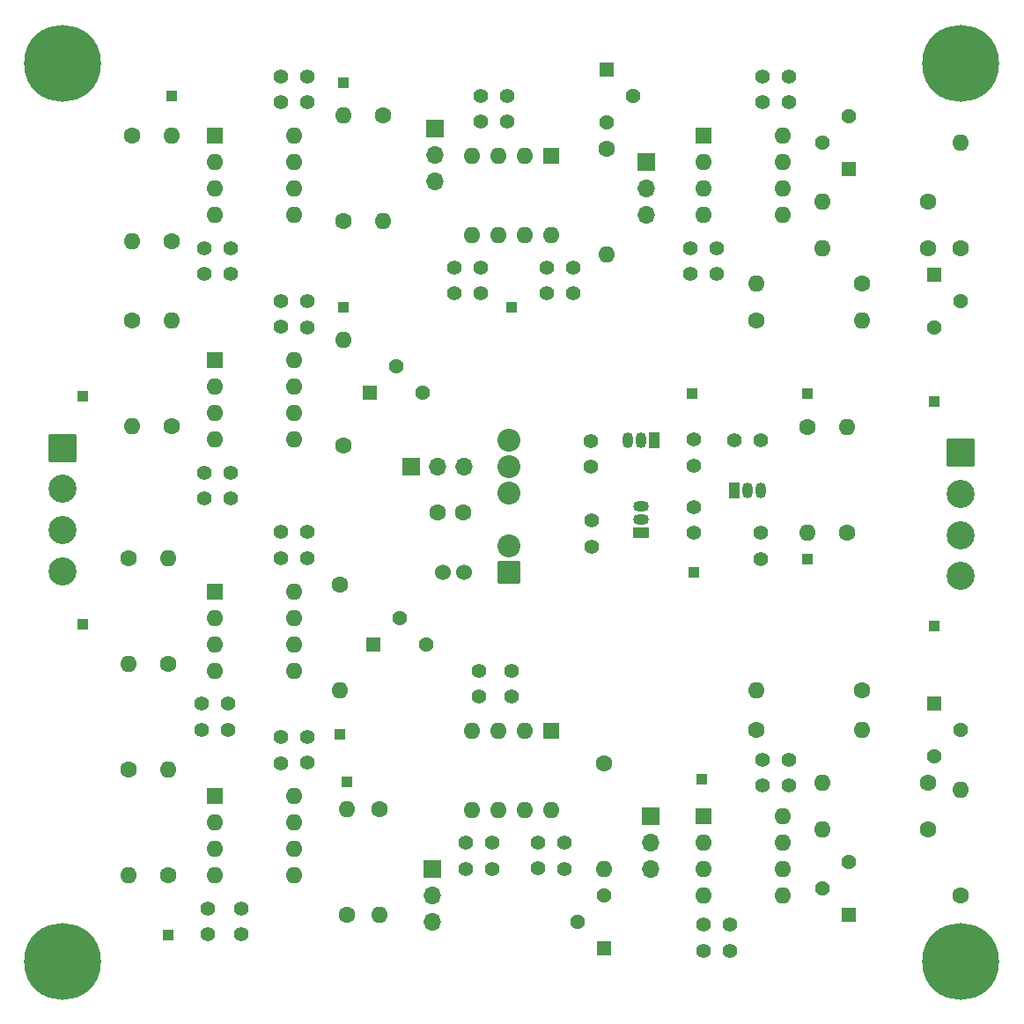
<source format=gbr>
%TF.GenerationSoftware,KiCad,Pcbnew,8.0.3*%
%TF.CreationDate,2024-07-03T16:07:31-06:00*%
%TF.ProjectId,pincushion2,70696e63-7573-4686-996f-6e322e6b6963,rev?*%
%TF.SameCoordinates,Original*%
%TF.FileFunction,Soldermask,Bot*%
%TF.FilePolarity,Negative*%
%FSLAX46Y46*%
G04 Gerber Fmt 4.6, Leading zero omitted, Abs format (unit mm)*
G04 Created by KiCad (PCBNEW 8.0.3) date 2024-07-03 16:07:31*
%MOMM*%
%LPD*%
G01*
G04 APERTURE LIST*
G04 Aperture macros list*
%AMRoundRect*
0 Rectangle with rounded corners*
0 $1 Rounding radius*
0 $2 $3 $4 $5 $6 $7 $8 $9 X,Y pos of 4 corners*
0 Add a 4 corners polygon primitive as box body*
4,1,4,$2,$3,$4,$5,$6,$7,$8,$9,$2,$3,0*
0 Add four circle primitives for the rounded corners*
1,1,$1+$1,$2,$3*
1,1,$1+$1,$4,$5*
1,1,$1+$1,$6,$7*
1,1,$1+$1,$8,$9*
0 Add four rect primitives between the rounded corners*
20,1,$1+$1,$2,$3,$4,$5,0*
20,1,$1+$1,$4,$5,$6,$7,0*
20,1,$1+$1,$6,$7,$8,$9,0*
20,1,$1+$1,$8,$9,$2,$3,0*%
G04 Aperture macros list end*
%ADD10C,1.400000*%
%ADD11RoundRect,0.102000X0.611000X-0.611000X0.611000X0.611000X-0.611000X0.611000X-0.611000X-0.611000X0*%
%ADD12C,1.426000*%
%ADD13R,1.000000X1.000000*%
%ADD14RoundRect,0.102000X-1.250000X1.250000X-1.250000X-1.250000X1.250000X-1.250000X1.250000X1.250000X0*%
%ADD15C,2.704000*%
%ADD16C,1.600000*%
%ADD17O,1.600000X1.600000*%
%ADD18C,0.800000*%
%ADD19C,7.400000*%
%ADD20RoundRect,0.102000X-0.611000X0.611000X-0.611000X-0.611000X0.611000X-0.611000X0.611000X0.611000X0*%
%ADD21R,1.600000X1.600000*%
%ADD22R,1.700000X1.700000*%
%ADD23O,1.700000X1.700000*%
%ADD24RoundRect,0.102000X1.000000X-1.000000X1.000000X1.000000X-1.000000X1.000000X-1.000000X-1.000000X0*%
%ADD25C,2.204000*%
%ADD26R,1.050000X1.500000*%
%ADD27O,1.050000X1.500000*%
%ADD28RoundRect,0.102000X-0.611000X-0.611000X0.611000X-0.611000X0.611000X0.611000X-0.611000X0.611000X0*%
%ADD29C,1.524000*%
%ADD30R,1.500000X1.050000*%
%ADD31O,1.500000X1.050000*%
G04 APERTURE END LIST*
D10*
%TO.C,C36*%
X92543100Y-64208800D03*
X95043100Y-64208800D03*
%TD*%
%TO.C,C7*%
X77022800Y-50099200D03*
X77022800Y-47599200D03*
%TD*%
D11*
%TO.C,VR4*%
X103505000Y-38100000D03*
D12*
X100965000Y-35560000D03*
X103505000Y-33020000D03*
%TD*%
D13*
%TO.C,TP13*%
X88468200Y-59763800D03*
%TD*%
D10*
%TO.C,C30*%
X89525000Y-113312144D03*
X89525000Y-110812144D03*
%TD*%
D14*
%TO.C,J7*%
X114300000Y-65405000D03*
D15*
X114300000Y-69365000D03*
X114300000Y-73325000D03*
X114300000Y-77285000D03*
%TD*%
D16*
%TO.C,R9*%
X34554000Y-52695000D03*
D17*
X34554000Y-62855000D03*
%TD*%
D10*
%TO.C,C11*%
X44079000Y-69820000D03*
X44079000Y-67320000D03*
%TD*%
D18*
%TO.C,H1*%
X25165000Y-27940000D03*
X25977779Y-25977779D03*
X25977779Y-29902221D03*
X27940000Y-25165000D03*
D19*
X27940000Y-27940000D03*
D18*
X27940000Y-30715000D03*
X29902221Y-25977779D03*
X29902221Y-29902221D03*
X30715000Y-27940000D03*
%TD*%
%TO.C,H3*%
X25165000Y-114300000D03*
X25977779Y-112337779D03*
X25977779Y-116262221D03*
X27940000Y-111525000D03*
D19*
X27940000Y-114300000D03*
D18*
X27940000Y-117075000D03*
X29902221Y-112337779D03*
X29902221Y-116262221D03*
X30715000Y-114300000D03*
%TD*%
D16*
%TO.C,R15*%
X58420000Y-99695000D03*
D17*
X58420000Y-109855000D03*
%TD*%
D16*
%TO.C,R21*%
X54610000Y-78105000D03*
D17*
X54610000Y-88265000D03*
%TD*%
D10*
%TO.C,C38*%
X68132800Y-31089200D03*
X68132800Y-33589200D03*
%TD*%
%TO.C,C34*%
X78740000Y-64256600D03*
X78740000Y-66756600D03*
%TD*%
%TO.C,C23*%
X76200000Y-102930000D03*
X76200000Y-105430000D03*
%TD*%
D13*
%TO.C,TP2*%
X54874000Y-29835000D03*
%TD*%
D16*
%TO.C,R7*%
X94615000Y-52705000D03*
D17*
X104775000Y-52705000D03*
%TD*%
D10*
%TO.C,C43*%
X88620600Y-70632000D03*
X88620600Y-73132000D03*
%TD*%
D20*
%TO.C,VR1*%
X111760000Y-48260000D03*
D12*
X114300000Y-50800000D03*
X111760000Y-53340000D03*
%TD*%
D16*
%TO.C,R28*%
X103318100Y-73098800D03*
D17*
X103318100Y-62938800D03*
%TD*%
%TO.C,IC1*%
X74920000Y-44460000D03*
X72380000Y-44460000D03*
X69840000Y-44460000D03*
X67300000Y-44460000D03*
X67300000Y-36840000D03*
X69840000Y-36840000D03*
X72380000Y-36840000D03*
D21*
X74920000Y-36840000D03*
%TD*%
D10*
%TO.C,C22*%
X97790000Y-97417144D03*
X97790000Y-94917144D03*
%TD*%
D22*
%TO.C,J3*%
X63500000Y-105410000D03*
D23*
X63500000Y-107950000D03*
X63500000Y-110490000D03*
%TD*%
D10*
%TO.C,C24*%
X73660000Y-102890000D03*
X73660000Y-105390000D03*
%TD*%
D13*
%TO.C,TP14*%
X99508100Y-75638800D03*
%TD*%
D10*
%TO.C,C4*%
X51435000Y-53350000D03*
X51435000Y-50850000D03*
%TD*%
D16*
%TO.C,R22*%
X34290000Y-75565000D03*
D17*
X34290000Y-85725000D03*
%TD*%
D10*
%TO.C,C39*%
X70672800Y-31089200D03*
X70672800Y-33589200D03*
%TD*%
D16*
%TO.C,R2*%
X58684000Y-33010000D03*
D17*
X58684000Y-43170000D03*
%TD*%
D16*
%TO.C,R19*%
X55245000Y-109855000D03*
D17*
X55245000Y-99695000D03*
%TD*%
D13*
%TO.C,TP1*%
X38364000Y-31105000D03*
%TD*%
D21*
%TO.C,U4*%
X42545000Y-98435000D03*
D17*
X42545000Y-100975000D03*
X42545000Y-103515000D03*
X42545000Y-106055000D03*
X50165000Y-106055000D03*
X50165000Y-103515000D03*
X50165000Y-100975000D03*
X50165000Y-98435000D03*
%TD*%
D16*
%TO.C,R25*%
X111125000Y-97155000D03*
D17*
X100965000Y-97155000D03*
%TD*%
D21*
%TO.C,U5*%
X42555000Y-78750000D03*
D17*
X42555000Y-81290000D03*
X42555000Y-83830000D03*
X42555000Y-86370000D03*
X50175000Y-86370000D03*
X50175000Y-83830000D03*
X50175000Y-81290000D03*
X50175000Y-78750000D03*
%TD*%
D13*
%TO.C,TP7*%
X38100000Y-111760000D03*
%TD*%
D10*
%TO.C,C14*%
X88265000Y-48240000D03*
X88265000Y-45740000D03*
%TD*%
%TO.C,C12*%
X41539000Y-69820000D03*
X41539000Y-67320000D03*
%TD*%
D13*
%TO.C,TP12*%
X111760000Y-82072000D03*
%TD*%
%TO.C,TP10*%
X54610000Y-92456000D03*
%TD*%
D21*
%TO.C,IC2*%
X74920000Y-92125000D03*
D17*
X72380000Y-92125000D03*
X69840000Y-92125000D03*
X67300000Y-92125000D03*
X67300000Y-99745000D03*
X69840000Y-99745000D03*
X72380000Y-99745000D03*
X74920000Y-99745000D03*
%TD*%
D24*
%TO.C,PS1*%
X70866000Y-76936600D03*
D25*
X70866000Y-74396600D03*
X70866000Y-69316600D03*
X70866000Y-66776600D03*
X70866000Y-64236600D03*
%TD*%
D10*
%TO.C,C6*%
X97790000Y-31730000D03*
X97790000Y-29230000D03*
%TD*%
%TO.C,C40*%
X67945000Y-88860000D03*
X67945000Y-86360000D03*
%TD*%
D16*
%TO.C,R20*%
X94615000Y-92075000D03*
D17*
X104775000Y-92075000D03*
%TD*%
D16*
%TO.C,R17*%
X104775000Y-88265000D03*
D17*
X94615000Y-88265000D03*
%TD*%
D11*
%TO.C,VR7*%
X80010000Y-113030000D03*
D12*
X77470000Y-110490000D03*
X80010000Y-107950000D03*
%TD*%
D10*
%TO.C,C25*%
X45085000Y-111740000D03*
X45085000Y-109240000D03*
%TD*%
D16*
%TO.C,R10*%
X38364000Y-62855000D03*
D17*
X38364000Y-52695000D03*
%TD*%
D26*
%TO.C,U8*%
X92523100Y-69013800D03*
D27*
X93793100Y-69013800D03*
X95063100Y-69013800D03*
%TD*%
D10*
%TO.C,C20*%
X51435000Y-75545000D03*
X51435000Y-73045000D03*
%TD*%
D13*
%TO.C,TP8*%
X55245000Y-97028000D03*
%TD*%
D10*
%TO.C,C27*%
X43815000Y-92055000D03*
X43815000Y-89555000D03*
%TD*%
D16*
%TO.C,R6*%
X54874000Y-43170000D03*
D17*
X54874000Y-33010000D03*
%TD*%
D10*
%TO.C,C16*%
X68132800Y-47599200D03*
X68132800Y-50099200D03*
%TD*%
D16*
%TO.C,C33*%
X63968100Y-71193800D03*
X66468100Y-71193800D03*
%TD*%
D18*
%TO.C,H4*%
X111525000Y-114300000D03*
X112337779Y-112337779D03*
X112337779Y-116262221D03*
X114300000Y-111525000D03*
D19*
X114300000Y-114300000D03*
D18*
X114300000Y-117075000D03*
X116262221Y-112337779D03*
X116262221Y-116262221D03*
X117075000Y-114300000D03*
%TD*%
D10*
%TO.C,C5*%
X95250000Y-31730000D03*
X95250000Y-29230000D03*
%TD*%
D17*
%TO.C,R11*%
X80197800Y-46309200D03*
D16*
X80197800Y-36149200D03*
%TD*%
%TO.C,R3*%
X114300000Y-45720000D03*
D17*
X114300000Y-35560000D03*
%TD*%
D13*
%TO.C,TP16*%
X88646000Y-76936600D03*
%TD*%
%TO.C,TP5*%
X29845000Y-81915000D03*
%TD*%
D10*
%TO.C,C37*%
X95063100Y-73118800D03*
X95063100Y-75618800D03*
%TD*%
%TO.C,C1*%
X48895000Y-31720000D03*
X48895000Y-29220000D03*
%TD*%
D16*
%TO.C,R13*%
X111125000Y-41275000D03*
D17*
X100965000Y-41275000D03*
%TD*%
D21*
%TO.C,U3*%
X89545000Y-34935000D03*
D17*
X89545000Y-37475000D03*
X89545000Y-40015000D03*
X89545000Y-42555000D03*
X97165000Y-42555000D03*
X97165000Y-40015000D03*
X97165000Y-37475000D03*
X97165000Y-34935000D03*
%TD*%
D16*
%TO.C,R1*%
X34554000Y-34915000D03*
D17*
X34554000Y-45075000D03*
%TD*%
D10*
%TO.C,C2*%
X51435000Y-31720000D03*
X51435000Y-29220000D03*
%TD*%
D16*
%TO.C,R4*%
X104775000Y-49149000D03*
D17*
X94615000Y-49149000D03*
%TD*%
D10*
%TO.C,C21*%
X95250000Y-97417144D03*
X95250000Y-94917144D03*
%TD*%
%TO.C,C19*%
X48895000Y-75545000D03*
X48895000Y-73045000D03*
%TD*%
D16*
%TO.C,R18*%
X38100000Y-106045000D03*
D17*
X38100000Y-95885000D03*
%TD*%
D13*
%TO.C,TP6*%
X111760000Y-60452000D03*
%TD*%
%TO.C,TP15*%
X99508100Y-59763800D03*
%TD*%
D16*
%TO.C,R8*%
X54874000Y-64760000D03*
D17*
X54874000Y-54600000D03*
%TD*%
D16*
%TO.C,R23*%
X38100000Y-85725000D03*
D17*
X38100000Y-75565000D03*
%TD*%
D28*
%TO.C,VR6*%
X57785000Y-83820000D03*
D12*
X60325000Y-81280000D03*
X62865000Y-83820000D03*
%TD*%
D10*
%TO.C,C15*%
X65592800Y-47599200D03*
X65592800Y-50099200D03*
%TD*%
D28*
%TO.C,VR2*%
X57414000Y-59680000D03*
D12*
X59954000Y-57140000D03*
X62494000Y-59680000D03*
%TD*%
D22*
%TO.C,J5*%
X61423100Y-66748800D03*
D23*
X63963100Y-66748800D03*
X66503100Y-66748800D03*
%TD*%
D21*
%TO.C,U2*%
X42555000Y-56525000D03*
D17*
X42555000Y-59065000D03*
X42555000Y-61605000D03*
X42555000Y-64145000D03*
X50175000Y-64145000D03*
X50175000Y-61605000D03*
X50175000Y-59065000D03*
X50175000Y-56525000D03*
%TD*%
D13*
%TO.C,TP3*%
X71069200Y-51404200D03*
%TD*%
D21*
%TO.C,U1*%
X42555000Y-34935000D03*
D17*
X42555000Y-37475000D03*
X42555000Y-40015000D03*
X42555000Y-42555000D03*
X50175000Y-42555000D03*
X50175000Y-40015000D03*
X50175000Y-37475000D03*
X50175000Y-34935000D03*
%TD*%
D10*
%TO.C,C9*%
X44079000Y-48230000D03*
X44079000Y-45730000D03*
%TD*%
%TO.C,C32*%
X69215000Y-105430000D03*
X69215000Y-102930000D03*
%TD*%
D16*
%TO.C,R26*%
X111125000Y-101600000D03*
D17*
X100965000Y-101600000D03*
%TD*%
D11*
%TO.C,VR8*%
X103495000Y-109855000D03*
D12*
X100955000Y-107315000D03*
X103495000Y-104775000D03*
%TD*%
D10*
%TO.C,C35*%
X88595200Y-64155000D03*
X88595200Y-66655000D03*
%TD*%
D13*
%TO.C,TP9*%
X89408000Y-96774000D03*
%TD*%
D10*
%TO.C,C41*%
X71120000Y-88880000D03*
X71120000Y-86380000D03*
%TD*%
D23*
%TO.C,J2*%
X63687800Y-39339200D03*
X63687800Y-36799200D03*
D22*
X63687800Y-34259200D03*
%TD*%
D10*
%TO.C,C17*%
X48895000Y-95250000D03*
X48895000Y-92750000D03*
%TD*%
D26*
%TO.C,U7*%
X84836000Y-64236600D03*
D27*
X83566000Y-64236600D03*
X82296000Y-64236600D03*
%TD*%
D10*
%TO.C,C29*%
X92065000Y-113312144D03*
X92065000Y-110812144D03*
%TD*%
D20*
%TO.C,VR5*%
X111760000Y-89535000D03*
D12*
X114300000Y-92075000D03*
X111760000Y-94615000D03*
%TD*%
%TO.C,VR3*%
X80197800Y-33609200D03*
X82737800Y-31069200D03*
D20*
X80197800Y-28529200D03*
%TD*%
D10*
%TO.C,C42*%
X78790800Y-71927400D03*
X78790800Y-74427400D03*
%TD*%
D29*
%TO.C,L1*%
X64516000Y-76936600D03*
X66516000Y-76936600D03*
%TD*%
D10*
%TO.C,C8*%
X74482800Y-50099200D03*
X74482800Y-47599200D03*
%TD*%
D13*
%TO.C,TP4*%
X54874000Y-51425000D03*
%TD*%
D14*
%TO.C,J6*%
X27940000Y-64932500D03*
D15*
X27940000Y-68892500D03*
X27940000Y-72852500D03*
X27940000Y-76812500D03*
%TD*%
D16*
%TO.C,R16*%
X114300000Y-107950000D03*
D17*
X114300000Y-97790000D03*
%TD*%
D22*
%TO.C,J4*%
X84455000Y-100330000D03*
D23*
X84455000Y-102870000D03*
X84455000Y-105410000D03*
%TD*%
D16*
%TO.C,R5*%
X38364000Y-45075000D03*
D17*
X38364000Y-34915000D03*
%TD*%
D10*
%TO.C,C26*%
X41910000Y-111740000D03*
X41910000Y-109240000D03*
%TD*%
D18*
%TO.C,H2*%
X111525000Y-27940000D03*
X112337779Y-25977779D03*
X112337779Y-29902221D03*
X114300000Y-25165000D03*
D19*
X114300000Y-27940000D03*
D18*
X114300000Y-30715000D03*
X116262221Y-25977779D03*
X116262221Y-29902221D03*
X117075000Y-27940000D03*
%TD*%
D16*
%TO.C,R24*%
X80010000Y-95250000D03*
D17*
X80010000Y-105410000D03*
%TD*%
D16*
%TO.C,R27*%
X99508100Y-62938800D03*
D17*
X99508100Y-73098800D03*
%TD*%
D10*
%TO.C,C10*%
X41539000Y-48230000D03*
X41539000Y-45730000D03*
%TD*%
%TO.C,C18*%
X51435000Y-95230000D03*
X51435000Y-92730000D03*
%TD*%
D13*
%TO.C,TP11*%
X29845000Y-59944000D03*
%TD*%
D10*
%TO.C,C31*%
X66675000Y-105430000D03*
X66675000Y-102930000D03*
%TD*%
D21*
%TO.C,U6*%
X89535000Y-100340000D03*
D17*
X89535000Y-102880000D03*
X89535000Y-105420000D03*
X89535000Y-107960000D03*
X97155000Y-107960000D03*
X97155000Y-105420000D03*
X97155000Y-102880000D03*
X97155000Y-100340000D03*
%TD*%
D23*
%TO.C,J1*%
X84007800Y-42514200D03*
X84007800Y-39974200D03*
D22*
X84007800Y-37434200D03*
%TD*%
D10*
%TO.C,C28*%
X41275000Y-92055000D03*
X41275000Y-89555000D03*
%TD*%
%TO.C,C3*%
X48895000Y-53310000D03*
X48895000Y-50810000D03*
%TD*%
D16*
%TO.C,R14*%
X34290000Y-95885000D03*
D17*
X34290000Y-106045000D03*
%TD*%
D16*
%TO.C,R12*%
X111125000Y-45720000D03*
D17*
X100965000Y-45720000D03*
%TD*%
D10*
%TO.C,C13*%
X90805000Y-48240000D03*
X90805000Y-45740000D03*
%TD*%
D30*
%TO.C,U9*%
X83566000Y-73126600D03*
D31*
X83566000Y-71856600D03*
X83566000Y-70586600D03*
%TD*%
M02*

</source>
